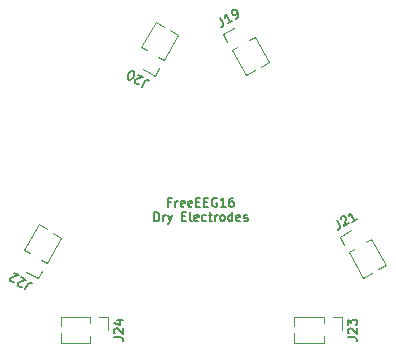
<source format=gbr>
%TF.GenerationSoftware,KiCad,Pcbnew,6.0.4-6f826c9f35~116~ubuntu18.04.1*%
%TF.CreationDate,2022-11-28T21:12:52+03:00*%
%TF.ProjectId,free_dry_electrodes_16x3_4cm,66726565-5f64-4727-995f-656c65637472,rev?*%
%TF.SameCoordinates,Original*%
%TF.FileFunction,Legend,Top*%
%TF.FilePolarity,Positive*%
%FSLAX46Y46*%
G04 Gerber Fmt 4.6, Leading zero omitted, Abs format (unit mm)*
G04 Created by KiCad (PCBNEW 6.0.4-6f826c9f35~116~ubuntu18.04.1) date 2022-11-28 21:12:52*
%MOMM*%
%LPD*%
G01*
G04 APERTURE LIST*
%ADD10C,0.150000*%
%ADD11C,0.120000*%
G04 APERTURE END LIST*
D10*
X-2535714Y657321D02*
X-2785714Y657321D01*
X-2785714Y264464D02*
X-2785714Y1014464D01*
X-2428571Y1014464D01*
X-2142857Y264464D02*
X-2142857Y764464D01*
X-2142857Y621607D02*
X-2107142Y693035D01*
X-2071428Y728750D01*
X-2000000Y764464D01*
X-1928571Y764464D01*
X-1392857Y300178D02*
X-1464285Y264464D01*
X-1607142Y264464D01*
X-1678571Y300178D01*
X-1714285Y371607D01*
X-1714285Y657321D01*
X-1678571Y728750D01*
X-1607142Y764464D01*
X-1464285Y764464D01*
X-1392857Y728750D01*
X-1357142Y657321D01*
X-1357142Y585892D01*
X-1714285Y514464D01*
X-750000Y300178D02*
X-821428Y264464D01*
X-964285Y264464D01*
X-1035714Y300178D01*
X-1071428Y371607D01*
X-1071428Y657321D01*
X-1035714Y728750D01*
X-964285Y764464D01*
X-821428Y764464D01*
X-750000Y728750D01*
X-714285Y657321D01*
X-714285Y585892D01*
X-1071428Y514464D01*
X-392857Y657321D02*
X-142857Y657321D01*
X-35714Y264464D02*
X-392857Y264464D01*
X-392857Y1014464D01*
X-35714Y1014464D01*
X285714Y657321D02*
X535714Y657321D01*
X642857Y264464D02*
X285714Y264464D01*
X285714Y1014464D01*
X642857Y1014464D01*
X1357142Y978750D02*
X1285714Y1014464D01*
X1178571Y1014464D01*
X1071428Y978750D01*
X999999Y907321D01*
X964285Y835892D01*
X928571Y693035D01*
X928571Y585892D01*
X964285Y443035D01*
X999999Y371607D01*
X1071428Y300178D01*
X1178571Y264464D01*
X1250000Y264464D01*
X1357142Y300178D01*
X1392857Y335892D01*
X1392857Y585892D01*
X1250000Y585892D01*
X2107142Y264464D02*
X1678571Y264464D01*
X1892857Y264464D02*
X1892857Y1014464D01*
X1821428Y907321D01*
X1750000Y835892D01*
X1678571Y800178D01*
X2750000Y1014464D02*
X2607142Y1014464D01*
X2535714Y978750D01*
X2500000Y943035D01*
X2428571Y835892D01*
X2392857Y693035D01*
X2392857Y407321D01*
X2428571Y335892D01*
X2464285Y300178D01*
X2535714Y264464D01*
X2678571Y264464D01*
X2750000Y300178D01*
X2785714Y335892D01*
X2821428Y407321D01*
X2821428Y585892D01*
X2785714Y657321D01*
X2750000Y693035D01*
X2678571Y728750D01*
X2535714Y728750D01*
X2464285Y693035D01*
X2428571Y657321D01*
X2392857Y585892D01*
X-3928571Y-943035D02*
X-3928571Y-193035D01*
X-3750000Y-193035D01*
X-3642857Y-228750D01*
X-3571428Y-300178D01*
X-3535714Y-371607D01*
X-3500000Y-514464D01*
X-3500000Y-621607D01*
X-3535714Y-764464D01*
X-3571428Y-835892D01*
X-3642857Y-907321D01*
X-3750000Y-943035D01*
X-3928571Y-943035D01*
X-3178571Y-943035D02*
X-3178571Y-443035D01*
X-3178571Y-585892D02*
X-3142857Y-514464D01*
X-3107142Y-478750D01*
X-3035714Y-443035D01*
X-2964285Y-443035D01*
X-2785714Y-443035D02*
X-2607142Y-943035D01*
X-2428571Y-443035D02*
X-2607142Y-943035D01*
X-2678571Y-1121607D01*
X-2714285Y-1157321D01*
X-2785714Y-1193035D01*
X-1571428Y-550178D02*
X-1321428Y-550178D01*
X-1214285Y-943035D02*
X-1571428Y-943035D01*
X-1571428Y-193035D01*
X-1214285Y-193035D01*
X-785714Y-943035D02*
X-857142Y-907321D01*
X-892857Y-835892D01*
X-892857Y-193035D01*
X-214285Y-907321D02*
X-285714Y-943035D01*
X-428571Y-943035D01*
X-500000Y-907321D01*
X-535714Y-835892D01*
X-535714Y-550178D01*
X-500000Y-478750D01*
X-428571Y-443035D01*
X-285714Y-443035D01*
X-214285Y-478750D01*
X-178571Y-550178D01*
X-178571Y-621607D01*
X-535714Y-693035D01*
X464285Y-907321D02*
X392857Y-943035D01*
X249999Y-943035D01*
X178571Y-907321D01*
X142857Y-871607D01*
X107142Y-800178D01*
X107142Y-585892D01*
X142857Y-514464D01*
X178571Y-478750D01*
X249999Y-443035D01*
X392857Y-443035D01*
X464285Y-478750D01*
X678571Y-443035D02*
X964285Y-443035D01*
X785714Y-193035D02*
X785714Y-835892D01*
X821428Y-907321D01*
X892857Y-943035D01*
X964285Y-943035D01*
X1214285Y-943035D02*
X1214285Y-443035D01*
X1214285Y-585892D02*
X1249999Y-514464D01*
X1285714Y-478750D01*
X1357142Y-443035D01*
X1428571Y-443035D01*
X1785714Y-943035D02*
X1714285Y-907321D01*
X1678571Y-871607D01*
X1642857Y-800178D01*
X1642857Y-585892D01*
X1678571Y-514464D01*
X1714285Y-478750D01*
X1785714Y-443035D01*
X1892857Y-443035D01*
X1964285Y-478750D01*
X1999999Y-514464D01*
X2035714Y-585892D01*
X2035714Y-800178D01*
X1999999Y-871607D01*
X1964285Y-907321D01*
X1892857Y-943035D01*
X1785714Y-943035D01*
X2678571Y-943035D02*
X2678571Y-193035D01*
X2678571Y-907321D02*
X2607142Y-943035D01*
X2464285Y-943035D01*
X2392857Y-907321D01*
X2357142Y-871607D01*
X2321428Y-800178D01*
X2321428Y-585892D01*
X2357142Y-514464D01*
X2392857Y-478750D01*
X2464285Y-443035D01*
X2607142Y-443035D01*
X2678571Y-478750D01*
X3321428Y-907321D02*
X3249999Y-943035D01*
X3107142Y-943035D01*
X3035714Y-907321D01*
X2999999Y-835892D01*
X2999999Y-550178D01*
X3035714Y-478750D01*
X3107142Y-443035D01*
X3249999Y-443035D01*
X3321428Y-478750D01*
X3357142Y-550178D01*
X3357142Y-621607D01*
X2999999Y-693035D01*
X3642857Y-907321D02*
X3714285Y-943035D01*
X3857142Y-943035D01*
X3928571Y-907321D01*
X3964285Y-835892D01*
X3964285Y-800178D01*
X3928571Y-728750D01*
X3857142Y-693035D01*
X3749999Y-693035D01*
X3678571Y-657321D01*
X3642857Y-585892D01*
X3642857Y-550178D01*
X3678571Y-478750D01*
X3749999Y-443035D01*
X3857142Y-443035D01*
X3928571Y-478750D01*
%TO.C,J22*%
X-14905081Y-6730073D02*
X-14632939Y-6258708D01*
X-14547086Y-6182578D01*
X-14447951Y-6156015D01*
X-14335535Y-6179019D01*
X-14272687Y-6215305D01*
X-15151615Y-6503939D02*
X-15201182Y-6517220D01*
X-15282174Y-6512359D01*
X-15439295Y-6421645D01*
X-15484001Y-6353934D01*
X-15497283Y-6304367D01*
X-15492421Y-6223376D01*
X-15456136Y-6160527D01*
X-15370283Y-6084397D01*
X-14775476Y-5925019D01*
X-15183993Y-5689162D01*
X-15780102Y-6141082D02*
X-15829669Y-6154363D01*
X-15910661Y-6149502D01*
X-16067782Y-6058787D01*
X-16112488Y-5991077D01*
X-16125770Y-5941510D01*
X-16120908Y-5860519D01*
X-16084623Y-5797670D01*
X-15998770Y-5721540D01*
X-15403963Y-5562162D01*
X-15812480Y-5326305D01*
%TO.C,J21*%
X11520296Y-867451D02*
X11792439Y-1338816D01*
X11815443Y-1451232D01*
X11788880Y-1550367D01*
X11712750Y-1636220D01*
X11649901Y-1672505D01*
X11839401Y-767014D02*
X11852682Y-717447D01*
X11897388Y-649737D01*
X12054510Y-559022D01*
X12135501Y-554161D01*
X12185068Y-567443D01*
X12252778Y-612148D01*
X12289064Y-674997D01*
X12312068Y-787413D01*
X12152690Y-1382220D01*
X12561207Y-1146362D01*
X13189694Y-783505D02*
X12812602Y-1001220D01*
X13001148Y-892362D02*
X12620148Y-232451D01*
X12611728Y-363010D01*
X12585165Y-462144D01*
X12540459Y-529854D01*
%TO.C,J19*%
X1621626Y16277547D02*
X1893769Y15806182D01*
X1916773Y15693766D01*
X1890210Y15594631D01*
X1814080Y15508778D01*
X1751231Y15472493D01*
X2662537Y15998636D02*
X2285445Y15780921D01*
X2473991Y15889778D02*
X2092991Y16549690D01*
X2084571Y16419131D01*
X2058008Y16319997D01*
X2013302Y16252287D01*
X2976781Y16180064D02*
X3102478Y16252636D01*
X3147184Y16320346D01*
X3160465Y16369913D01*
X3168885Y16500472D01*
X3127738Y16644312D01*
X2982595Y16895707D01*
X2914885Y16940413D01*
X2865318Y16953694D01*
X2784327Y16948833D01*
X2658629Y16876261D01*
X2613923Y16808551D01*
X2600642Y16758984D01*
X2605503Y16677992D01*
X2696218Y16520871D01*
X2763928Y16476165D01*
X2813495Y16462883D01*
X2894486Y16467745D01*
X3020184Y16540316D01*
X3064890Y16608026D01*
X3078171Y16657593D01*
X3073310Y16738585D01*
%TO.C,J24*%
X-7345233Y-10776857D02*
X-6800948Y-10776857D01*
X-6692090Y-10813142D01*
X-6619519Y-10885714D01*
X-6583233Y-10994571D01*
X-6583233Y-11067142D01*
X-7272662Y-10450285D02*
X-7308948Y-10414000D01*
X-7345233Y-10341428D01*
X-7345233Y-10160000D01*
X-7308948Y-10087428D01*
X-7272662Y-10051142D01*
X-7200090Y-10014857D01*
X-7127519Y-10014857D01*
X-7018662Y-10051142D01*
X-6583233Y-10486571D01*
X-6583233Y-10014857D01*
X-7091233Y-9361714D02*
X-6583233Y-9361714D01*
X-7381519Y-9543142D02*
X-6837233Y-9724571D01*
X-6837233Y-9252857D01*
%TO.C,J20*%
X-5008911Y10410595D02*
X-4736769Y10881960D01*
X-4650916Y10958090D01*
X-4551781Y10984653D01*
X-4439365Y10961649D01*
X-4376517Y10925363D01*
X-5255445Y10636729D02*
X-5305012Y10623448D01*
X-5386004Y10628309D01*
X-5543125Y10719023D01*
X-5587831Y10786734D01*
X-5601113Y10836301D01*
X-5596251Y10917292D01*
X-5559966Y10980141D01*
X-5474113Y11056271D01*
X-4879306Y11215649D01*
X-5287823Y11451506D01*
X-6077339Y11027452D02*
X-6140188Y11063738D01*
X-6184894Y11131448D01*
X-6198175Y11181015D01*
X-6193314Y11262007D01*
X-6152167Y11405847D01*
X-6061453Y11562969D01*
X-5957457Y11670523D01*
X-5889747Y11715229D01*
X-5840180Y11728510D01*
X-5759188Y11723649D01*
X-5696339Y11687363D01*
X-5651633Y11619653D01*
X-5638352Y11570086D01*
X-5643213Y11489095D01*
X-5684360Y11345254D01*
X-5775075Y11188133D01*
X-5879070Y11080578D01*
X-5946781Y11035872D01*
X-5996348Y11022591D01*
X-6077339Y11027452D01*
%TO.C,J23*%
X12446384Y-10776857D02*
X12990670Y-10776857D01*
X13099527Y-10813142D01*
X13172098Y-10885714D01*
X13208384Y-10994571D01*
X13208384Y-11067142D01*
X12518955Y-10450285D02*
X12482670Y-10414000D01*
X12446384Y-10341428D01*
X12446384Y-10160000D01*
X12482670Y-10087428D01*
X12518955Y-10051142D01*
X12591527Y-10014857D01*
X12664098Y-10014857D01*
X12772955Y-10051142D01*
X13208384Y-10486571D01*
X13208384Y-10014857D01*
X12446384Y-9760857D02*
X12446384Y-9289142D01*
X12736670Y-9543142D01*
X12736670Y-9434285D01*
X12772955Y-9361714D01*
X12809241Y-9325428D01*
X12881812Y-9289142D01*
X13063241Y-9289142D01*
X13135812Y-9325428D01*
X13172098Y-9361714D01*
X13208384Y-9434285D01*
X13208384Y-9652000D01*
X13172098Y-9724571D01*
X13135812Y-9760857D01*
D11*
%TO.C,J22*%
X-13041865Y-4489173D02*
X-13515173Y-4215908D01*
X-11804365Y-2345760D02*
X-12499324Y-1944525D01*
X-14964441Y-3379173D02*
X-13726941Y-1235760D01*
X-13041865Y-4489173D02*
X-11804365Y-2345760D01*
X-13421865Y-5147352D02*
X-13801865Y-5805531D01*
X-14491133Y-3652437D02*
X-14964441Y-3379173D01*
X-13031982Y-1636995D02*
X-13726941Y-1235760D01*
X-13801865Y-5805531D02*
X-14763153Y-5250531D01*
%TO.C,J21*%
X14451941Y-2491495D02*
X15689441Y-4634908D01*
X12529365Y-3601495D02*
X13766865Y-5744908D01*
X13978633Y-2764760D02*
X14451941Y-2491495D01*
X12149365Y-2943316D02*
X11769365Y-2285137D01*
X14994482Y-5036143D02*
X15689441Y-4634908D01*
X12529365Y-3601495D02*
X13002673Y-3328231D01*
X11769365Y-2285137D02*
X12730653Y-1730137D01*
X13766865Y-5744908D02*
X14461824Y-5343673D01*
%TO.C,J19*%
X3868195Y11400091D02*
X4563154Y11801326D01*
X2250695Y14201683D02*
X1870695Y14859862D01*
X5095812Y12108856D02*
X5790771Y12510091D01*
X4553271Y14653504D02*
X5790771Y12510091D01*
X2630695Y13543504D02*
X3104003Y13816768D01*
X2630695Y13543504D02*
X3868195Y11400091D01*
X1870695Y14859862D02*
X2831983Y15414862D01*
X4079963Y14380239D02*
X4553271Y14653504D01*
%TO.C,J24*%
X-9382948Y-10723471D02*
X-9382948Y-11270000D01*
X-11857948Y-9050000D02*
X-11857948Y-9852470D01*
X-9382948Y-9050000D02*
X-9382948Y-9596529D01*
X-8622948Y-9050000D02*
X-7862948Y-9050000D01*
X-7862948Y-9050000D02*
X-7862948Y-10160000D01*
X-9382948Y-11270000D02*
X-11857948Y-11270000D01*
X-11857948Y-10467530D02*
X-11857948Y-11270000D01*
X-9382948Y-9050000D02*
X-11857948Y-9050000D01*
%TO.C,J20*%
X-4594963Y13488232D02*
X-5068271Y13761496D01*
X-3135812Y15503674D02*
X-3830771Y15904909D01*
X-3145695Y12651496D02*
X-1908195Y14794909D01*
X-3905695Y11335138D02*
X-4866983Y11890138D01*
X-5068271Y13761496D02*
X-3830771Y15904909D01*
X-3145695Y12651496D02*
X-3619003Y12924761D01*
X-1908195Y14794909D02*
X-2603154Y15196144D01*
X-3525695Y11993317D02*
X-3905695Y11335138D01*
%TO.C,J23*%
X11168670Y-9050000D02*
X11928670Y-9050000D01*
X11928670Y-9050000D02*
X11928670Y-10160000D01*
X10408670Y-9050000D02*
X7933670Y-9050000D01*
X10408670Y-10723471D02*
X10408670Y-11270000D01*
X7933670Y-9050000D02*
X7933670Y-9852470D01*
X10408670Y-11270000D02*
X7933670Y-11270000D01*
X7933670Y-10467530D02*
X7933670Y-11270000D01*
X10408670Y-9050000D02*
X10408670Y-9596529D01*
%TD*%
M02*

</source>
